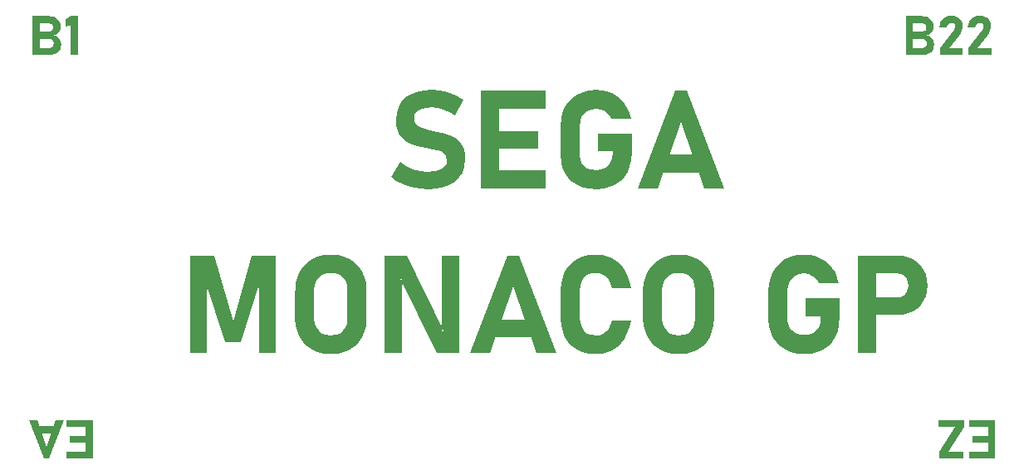
<source format=gto>
%TF.GenerationSoftware,KiCad,Pcbnew,9.0.1*%
%TF.CreationDate,2025-08-01T20:40:54+02:00*%
%TF.ProjectId,monaco-gp-22,6d6f6e61-636f-42d6-9770-2d32322e6b69,rev?*%
%TF.SameCoordinates,Original*%
%TF.FileFunction,Legend,Top*%
%TF.FilePolarity,Positive*%
%FSLAX46Y46*%
G04 Gerber Fmt 4.6, Leading zero omitted, Abs format (unit mm)*
G04 Created by KiCad (PCBNEW 9.0.1) date 2025-08-01 20:40:54*
%MOMM*%
%LPD*%
G01*
G04 APERTURE LIST*
%ADD10C,1.000000*%
%ADD11R,2.540000X12.000000*%
G04 APERTURE END LIST*
D10*
G36*
X41947051Y-32857466D02*
G01*
X41242178Y-32821396D01*
X40556699Y-32713974D01*
X39893896Y-32535745D01*
X39282362Y-32293876D01*
X38713303Y-31986579D01*
X38210136Y-31627704D01*
X39077809Y-30082868D01*
X39690779Y-30498685D01*
X40402826Y-30812543D01*
X41164926Y-31005378D01*
X41947051Y-31069609D01*
X42552479Y-31029321D01*
X43016329Y-30920928D01*
X43367934Y-30758199D01*
X43652829Y-30517269D01*
X43817097Y-30229434D01*
X43873517Y-29878314D01*
X43873517Y-29870987D01*
X43806378Y-29480805D01*
X43620726Y-29211531D01*
X43337306Y-29017349D01*
X42954553Y-28873255D01*
X42056350Y-28688852D01*
X40880931Y-28467201D01*
X40307067Y-28293018D01*
X39787945Y-28043440D01*
X39341779Y-27694171D01*
X38985607Y-27213014D01*
X38825291Y-26840419D01*
X38720067Y-26367643D01*
X38681525Y-25771371D01*
X38681525Y-25764043D01*
X38746568Y-25049624D01*
X38930625Y-24450031D01*
X39226086Y-23942876D01*
X39637735Y-23512735D01*
X40132034Y-23182022D01*
X40732712Y-22933680D01*
X41461114Y-22773936D01*
X42343335Y-22716503D01*
X43147793Y-22782622D01*
X43982205Y-22986392D01*
X44786917Y-23313642D01*
X45533147Y-23755146D01*
X44740579Y-25340282D01*
X44149970Y-24981023D01*
X43541957Y-24720516D01*
X42919005Y-24556493D01*
X42343335Y-24504361D01*
X41773162Y-24541348D01*
X41338455Y-24640574D01*
X41010991Y-24788904D01*
X40744350Y-25009204D01*
X40591741Y-25270182D01*
X40539602Y-25586357D01*
X40539602Y-25593684D01*
X40573915Y-25900157D01*
X40668537Y-26135977D01*
X40819260Y-26317864D01*
X41131808Y-26527138D01*
X41550157Y-26683618D01*
X42520412Y-26905268D01*
X43661026Y-27175157D01*
X44207615Y-27372325D01*
X44699668Y-27636775D01*
X45120277Y-27990383D01*
X45451326Y-28463538D01*
X45599785Y-28825035D01*
X45696463Y-29274200D01*
X45731594Y-29830076D01*
X45731594Y-29844120D01*
X45664928Y-30545046D01*
X45475592Y-31136014D01*
X45169823Y-31638983D01*
X44740579Y-32068562D01*
X44231165Y-32395290D01*
X43611229Y-32641554D01*
X42858731Y-32800326D01*
X41947051Y-32857466D01*
G37*
G36*
X47305129Y-32750000D02*
G01*
X47305129Y-22823970D01*
X49176640Y-22823970D01*
X49176640Y-32750000D01*
X47305129Y-32750000D01*
G37*
G36*
X47981682Y-32750000D02*
G01*
X47981682Y-30942602D01*
X53958915Y-30942602D01*
X53958915Y-32750000D01*
X47981682Y-32750000D01*
G37*
G36*
X47981682Y-28724877D02*
G01*
X47981682Y-26917480D01*
X53207257Y-26917480D01*
X53207257Y-28724877D01*
X47981682Y-28724877D01*
G37*
G36*
X47981682Y-24631367D02*
G01*
X47981682Y-22823970D01*
X53958915Y-22823970D01*
X53958915Y-24631367D01*
X47981682Y-24631367D01*
G37*
G36*
X59288294Y-27191032D02*
G01*
X62731507Y-27191032D01*
X62731507Y-29134595D01*
X62678416Y-29871581D01*
X62526153Y-30520441D01*
X62280879Y-31095254D01*
X61938196Y-31615332D01*
X61520202Y-32046130D01*
X61020586Y-32395847D01*
X60464200Y-32647317D01*
X59835033Y-32803141D01*
X59118545Y-32857466D01*
X58395555Y-32806356D01*
X57758735Y-32659806D01*
X57194522Y-32423935D01*
X56683783Y-32092663D01*
X56260720Y-31686844D01*
X55917132Y-31200279D01*
X55669098Y-30657280D01*
X55516026Y-30047905D01*
X55462840Y-29358688D01*
X55462840Y-26427163D01*
X55515985Y-25691434D01*
X55668292Y-25044885D01*
X55913468Y-24473220D01*
X56256297Y-23955908D01*
X56674467Y-23526875D01*
X57174372Y-23178122D01*
X57731154Y-22926652D01*
X58360731Y-22770828D01*
X59077634Y-22716503D01*
X59670050Y-22758789D01*
X60215359Y-22882383D01*
X60721388Y-23085310D01*
X61190063Y-23364149D01*
X61603956Y-23706572D01*
X61967638Y-24116625D01*
X62264429Y-24577130D01*
X62491928Y-25091084D01*
X62649686Y-25666346D01*
X60627355Y-25666346D01*
X60494093Y-25369075D01*
X60297323Y-25123476D01*
X60030181Y-24922627D01*
X59567483Y-24725826D01*
X59077024Y-24660676D01*
X58591954Y-24717688D01*
X58193067Y-24879671D01*
X57860694Y-25145498D01*
X57611903Y-25493117D01*
X57457959Y-25913968D01*
X57403349Y-26428384D01*
X57403349Y-29356856D01*
X57458102Y-29805002D01*
X57614417Y-30175737D01*
X57872906Y-30487090D01*
X58209045Y-30718430D01*
X58616570Y-30862197D01*
X59114881Y-30913293D01*
X59603313Y-30858533D01*
X60002963Y-30703694D01*
X60333653Y-30451674D01*
X60580667Y-30117264D01*
X60735754Y-29695968D01*
X60791608Y-29162683D01*
X60791608Y-28998429D01*
X59288294Y-28998429D01*
X59288294Y-27191032D01*
G37*
G36*
X63348220Y-32750000D02*
G01*
X67146197Y-22823970D01*
X68335049Y-22823970D01*
X72133025Y-32750000D01*
X70118021Y-32750000D01*
X67740317Y-25971039D01*
X65363224Y-32750000D01*
X63348220Y-32750000D01*
G37*
G36*
X65172104Y-31147766D02*
G01*
X65172104Y-29340369D01*
X70397679Y-29340369D01*
X70397679Y-31147766D01*
X65172104Y-31147766D01*
G37*
G36*
X22066295Y-46314392D02*
G01*
X23958566Y-39623970D01*
X26424198Y-39623970D01*
X26424198Y-49550000D01*
X24723657Y-49550000D01*
X24723657Y-41842916D01*
X24791434Y-42279501D01*
X22892446Y-48444190D01*
X21239533Y-48444190D01*
X19340545Y-42416277D01*
X19408933Y-41842916D01*
X19408933Y-49550000D01*
X17707781Y-49550000D01*
X17707781Y-39623970D01*
X20174023Y-39623970D01*
X22066295Y-46314392D01*
G37*
G36*
X32750162Y-39569900D02*
G01*
X33381967Y-39723229D01*
X33942603Y-39970795D01*
X34447165Y-40315490D01*
X34867150Y-40738985D01*
X35209613Y-41248796D01*
X35455245Y-41814098D01*
X35607687Y-42452944D01*
X35660852Y-43179535D01*
X35660852Y-45994434D01*
X35607859Y-46716522D01*
X35455572Y-47354550D01*
X35209613Y-47922121D01*
X34866964Y-48433861D01*
X34446955Y-48858314D01*
X33942603Y-49203175D01*
X33381967Y-49450741D01*
X32750162Y-49604069D01*
X32033235Y-49657466D01*
X31316308Y-49604069D01*
X30684502Y-49450741D01*
X30123866Y-49203175D01*
X29619473Y-48858336D01*
X29199252Y-48433882D01*
X28856246Y-47922121D01*
X28610632Y-47354585D01*
X28458544Y-46716553D01*
X28405618Y-45994434D01*
X28405618Y-43179535D01*
X28409009Y-43133129D01*
X30346127Y-43133129D01*
X30346127Y-46040840D01*
X30400933Y-46545816D01*
X30555821Y-46960320D01*
X30807136Y-47304187D01*
X31141266Y-47565664D01*
X31542421Y-47725400D01*
X32030182Y-47781681D01*
X32522034Y-47725247D01*
X32925069Y-47565366D01*
X33259334Y-47304187D01*
X33510649Y-46960320D01*
X33665537Y-46545816D01*
X33720342Y-46040840D01*
X33720342Y-43133129D01*
X33665296Y-42623721D01*
X33510206Y-42208488D01*
X33259334Y-41866730D01*
X32925365Y-41607203D01*
X32523267Y-41448342D01*
X32033235Y-41392288D01*
X31543202Y-41448342D01*
X31141105Y-41607203D01*
X30807136Y-41866730D01*
X30556264Y-42208488D01*
X30401174Y-42623721D01*
X30346127Y-43133129D01*
X28409009Y-43133129D01*
X28458716Y-42452912D01*
X28610959Y-41814062D01*
X28856246Y-41248796D01*
X29199067Y-40738964D01*
X29619263Y-40315468D01*
X30123866Y-39970795D01*
X30684502Y-39723229D01*
X31316308Y-39569900D01*
X32033235Y-39516503D01*
X32750162Y-39569900D01*
G37*
G36*
X37510991Y-49550000D02*
G01*
X37510991Y-39623970D01*
X39799547Y-39623970D01*
X43494941Y-47233967D01*
X43331298Y-47411653D01*
X43331298Y-39623970D01*
X45120988Y-39623970D01*
X45120988Y-49550000D01*
X42818999Y-49550000D01*
X39137038Y-42056018D01*
X39300681Y-41878332D01*
X39300681Y-49550000D01*
X37510991Y-49550000D01*
G37*
G36*
X46217028Y-49550000D02*
G01*
X50015004Y-39623970D01*
X51203856Y-39623970D01*
X55001832Y-49550000D01*
X52986829Y-49550000D01*
X50609125Y-42771039D01*
X48232031Y-49550000D01*
X46217028Y-49550000D01*
G37*
G36*
X48040911Y-47947766D02*
G01*
X48040911Y-46140369D01*
X53266487Y-46140369D01*
X53266487Y-47947766D01*
X48040911Y-47947766D01*
G37*
G36*
X59070918Y-49657466D02*
G01*
X58320660Y-49605364D01*
X57678656Y-49457918D01*
X57127356Y-49223935D01*
X56634662Y-48890589D01*
X56228363Y-48472168D01*
X55901256Y-47959368D01*
X55672879Y-47390727D01*
X55528555Y-46727974D01*
X55477495Y-45953524D01*
X55477495Y-43227163D01*
X55528719Y-42448120D01*
X55673191Y-41784605D01*
X55901256Y-41218265D01*
X56228069Y-40707199D01*
X56634346Y-40288666D01*
X57127356Y-39953698D01*
X57678880Y-39717665D01*
X58320870Y-39569015D01*
X59070918Y-39516503D01*
X59688949Y-39563331D01*
X60244362Y-39698989D01*
X60747645Y-39920115D01*
X61204849Y-40225465D01*
X61609100Y-40612010D01*
X61963975Y-41088206D01*
X62243684Y-41615622D01*
X62467339Y-42230812D01*
X62630147Y-42946894D01*
X60689637Y-42946894D01*
X60545920Y-42476446D01*
X60351361Y-42104867D01*
X60095399Y-41797323D01*
X59798151Y-41576692D01*
X59457700Y-41439275D01*
X59070918Y-41392288D01*
X58568193Y-41450166D01*
X58169766Y-41611978D01*
X57851536Y-41873447D01*
X57619828Y-42218803D01*
X57471849Y-42661275D01*
X57418005Y-43228384D01*
X57418005Y-45952302D01*
X57471920Y-46519375D01*
X57619947Y-46960705D01*
X57851536Y-47304187D01*
X58169481Y-47563496D01*
X58567900Y-47724172D01*
X59070918Y-47781681D01*
X59464538Y-47735396D01*
X59806450Y-47600982D01*
X60108950Y-47376238D01*
X60352703Y-47082047D01*
X60547529Y-46704895D01*
X60689637Y-46227076D01*
X62630147Y-46227076D01*
X62463470Y-46938345D01*
X62237500Y-47552606D01*
X61956647Y-48082100D01*
X61602124Y-48560894D01*
X61199242Y-48948759D01*
X60744592Y-49254466D01*
X60243295Y-49475151D01*
X59688951Y-49610653D01*
X59070918Y-49657466D01*
G37*
G36*
X68204454Y-39569900D02*
G01*
X68836259Y-39723229D01*
X69396895Y-39970795D01*
X69901456Y-40315490D01*
X70321442Y-40738985D01*
X70663905Y-41248796D01*
X70909536Y-41814098D01*
X71061979Y-42452944D01*
X71115143Y-43179535D01*
X71115143Y-45994434D01*
X71062150Y-46716522D01*
X70909863Y-47354550D01*
X70663905Y-47922121D01*
X70321256Y-48433861D01*
X69901246Y-48858314D01*
X69396895Y-49203175D01*
X68836259Y-49450741D01*
X68204454Y-49604069D01*
X67487527Y-49657466D01*
X66770599Y-49604069D01*
X66138794Y-49450741D01*
X65578158Y-49203175D01*
X65073765Y-48858336D01*
X64653544Y-48433882D01*
X64310538Y-47922121D01*
X64064923Y-47354585D01*
X63912836Y-46716553D01*
X63859910Y-45994434D01*
X63859910Y-43179535D01*
X63863301Y-43133129D01*
X65800419Y-43133129D01*
X65800419Y-46040840D01*
X65855224Y-46545816D01*
X66010112Y-46960320D01*
X66261427Y-47304187D01*
X66595557Y-47565664D01*
X66996713Y-47725400D01*
X67484473Y-47781681D01*
X67976325Y-47725247D01*
X68379361Y-47565366D01*
X68713626Y-47304187D01*
X68964941Y-46960320D01*
X69119829Y-46545816D01*
X69174634Y-46040840D01*
X69174634Y-43133129D01*
X69119588Y-42623721D01*
X68964497Y-42208488D01*
X68713626Y-41866730D01*
X68379657Y-41607203D01*
X67977559Y-41448342D01*
X67487527Y-41392288D01*
X66997494Y-41448342D01*
X66595396Y-41607203D01*
X66261427Y-41866730D01*
X66010556Y-42208488D01*
X65855465Y-42623721D01*
X65800419Y-43133129D01*
X63863301Y-43133129D01*
X63913007Y-42452912D01*
X64065250Y-41814062D01*
X64310538Y-41248796D01*
X64653358Y-40738964D01*
X65073555Y-40315468D01*
X65578158Y-39970795D01*
X66138794Y-39723229D01*
X66770599Y-39569900D01*
X67487527Y-39516503D01*
X68204454Y-39569900D01*
G37*
G36*
X80473919Y-43991032D02*
G01*
X83917132Y-43991032D01*
X83917132Y-45934595D01*
X83864042Y-46671581D01*
X83711778Y-47320441D01*
X83466504Y-47895254D01*
X83123821Y-48415332D01*
X82705827Y-48846130D01*
X82206211Y-49195847D01*
X81649825Y-49447317D01*
X81020658Y-49603141D01*
X80304170Y-49657466D01*
X79581180Y-49606356D01*
X78944360Y-49459806D01*
X78380147Y-49223935D01*
X77869408Y-48892663D01*
X77446345Y-48486844D01*
X77102757Y-48000279D01*
X76854723Y-47457280D01*
X76701651Y-46847905D01*
X76648465Y-46158688D01*
X76648465Y-43227163D01*
X76701610Y-42491434D01*
X76853917Y-41844885D01*
X77099093Y-41273220D01*
X77441922Y-40755908D01*
X77860092Y-40326875D01*
X78359997Y-39978122D01*
X78916779Y-39726652D01*
X79546356Y-39570828D01*
X80263259Y-39516503D01*
X80855675Y-39558789D01*
X81400984Y-39682383D01*
X81907014Y-39885310D01*
X82375688Y-40164149D01*
X82789581Y-40506572D01*
X83153263Y-40916625D01*
X83450054Y-41377130D01*
X83677553Y-41891084D01*
X83835311Y-42466346D01*
X81812980Y-42466346D01*
X81679718Y-42169075D01*
X81482948Y-41923476D01*
X81215806Y-41722627D01*
X80753108Y-41525826D01*
X80262649Y-41460676D01*
X79777579Y-41517688D01*
X79378692Y-41679671D01*
X79046319Y-41945498D01*
X78797528Y-42293117D01*
X78643584Y-42713968D01*
X78588975Y-43228384D01*
X78588975Y-46156856D01*
X78643727Y-46605002D01*
X78800042Y-46975737D01*
X79058531Y-47287090D01*
X79394670Y-47518430D01*
X79802195Y-47662197D01*
X80300506Y-47713293D01*
X80788938Y-47658533D01*
X81188588Y-47503694D01*
X81519278Y-47251674D01*
X81766292Y-46917264D01*
X81921379Y-46495968D01*
X81977233Y-45962683D01*
X81977233Y-45798429D01*
X80473919Y-45798429D01*
X80473919Y-43991032D01*
G37*
G36*
X86617237Y-45681193D02*
G01*
X86617237Y-43873796D01*
X89794226Y-43873796D01*
X90116808Y-43834940D01*
X90385818Y-43723756D01*
X90613661Y-43539794D01*
X90784885Y-43300175D01*
X90890660Y-43011234D01*
X90928123Y-42659298D01*
X90890729Y-42298041D01*
X90785818Y-42004983D01*
X90617324Y-41765369D01*
X90391551Y-41581911D01*
X90121588Y-41470496D01*
X89794226Y-41431367D01*
X86617237Y-41431367D01*
X86617237Y-39623970D01*
X89745988Y-39623970D01*
X90364281Y-39668542D01*
X90907803Y-39796288D01*
X91388521Y-40001936D01*
X91823285Y-40288922D01*
X92184378Y-40639831D01*
X92478455Y-41060118D01*
X92690703Y-41527989D01*
X92822188Y-42056966D01*
X92868022Y-42659298D01*
X92822179Y-43257050D01*
X92690412Y-43784121D01*
X92477233Y-44252372D01*
X92182272Y-44671983D01*
X91820189Y-45021661D01*
X91384247Y-45306891D01*
X90903015Y-45510684D01*
X90360772Y-45637132D01*
X89745988Y-45681193D01*
X86617237Y-45681193D01*
G37*
G36*
X85763608Y-49550000D02*
G01*
X85763608Y-39623970D01*
X87635119Y-39623970D01*
X87635119Y-49550000D01*
X85763608Y-49550000D01*
G37*
G36*
X1975212Y-19180000D02*
G01*
X1975212Y-18457041D01*
X3243077Y-18457041D01*
X3410001Y-18441641D01*
X3539731Y-18399445D01*
X3640460Y-18333698D01*
X3717152Y-18242742D01*
X3764333Y-18129616D01*
X3781144Y-17987606D01*
X3781144Y-17979546D01*
X3764258Y-17835735D01*
X3717009Y-17721883D01*
X3640460Y-17631011D01*
X3539711Y-17565125D01*
X3409981Y-17522851D01*
X3243077Y-17507424D01*
X1975212Y-17507424D01*
X1975212Y-16784466D01*
X3243077Y-16784466D01*
X3393491Y-16769923D01*
X3510708Y-16729941D01*
X3602114Y-16667229D01*
X3671121Y-16581237D01*
X3713996Y-16473268D01*
X3729364Y-16336769D01*
X3714195Y-16213450D01*
X3671613Y-16115826D01*
X3602114Y-16037815D01*
X3511653Y-15981930D01*
X3394463Y-15945790D01*
X3243077Y-15932547D01*
X1975212Y-15932547D01*
X1975212Y-15209588D01*
X3267501Y-15209588D01*
X3558490Y-15229715D01*
X3799639Y-15285875D01*
X3999545Y-15373657D01*
X4165094Y-15491444D01*
X4301343Y-15642415D01*
X4399925Y-15821258D01*
X4461693Y-16033574D01*
X4483586Y-16287187D01*
X4459679Y-16510882D01*
X4391445Y-16699349D01*
X4279888Y-16860181D01*
X4131193Y-16988671D01*
X3942452Y-17085330D01*
X3704696Y-17148632D01*
X3957471Y-17209386D01*
X4158625Y-17310309D01*
X4317990Y-17450027D01*
X4436159Y-17625752D01*
X4509417Y-17836655D01*
X4535366Y-18092142D01*
X4535366Y-18100202D01*
X4513395Y-18354385D01*
X4451403Y-18567207D01*
X4352447Y-18746510D01*
X4215652Y-18897899D01*
X4049410Y-19015749D01*
X3848608Y-19103614D01*
X3606319Y-19159844D01*
X3313907Y-19180000D01*
X1975212Y-19180000D01*
G37*
G36*
X1647194Y-19180000D02*
G01*
X1647194Y-15209588D01*
X2395799Y-15209588D01*
X2395799Y-19180000D01*
X1647194Y-19180000D01*
G37*
G36*
X6248485Y-15209588D02*
G01*
X6248485Y-19180000D01*
X5499637Y-19180000D01*
X5499637Y-16089351D01*
X5016036Y-16272533D01*
X5016036Y-15477278D01*
X5609057Y-15209588D01*
X6248485Y-15209588D01*
G37*
G36*
X7772805Y-56370000D02*
G01*
X7772805Y-60340411D01*
X7024200Y-60340411D01*
X7024200Y-56370000D01*
X7772805Y-56370000D01*
G37*
G36*
X7502184Y-56370000D02*
G01*
X7502184Y-57092958D01*
X5111290Y-57092958D01*
X5111290Y-56370000D01*
X7502184Y-56370000D01*
G37*
G36*
X7502184Y-57980048D02*
G01*
X7502184Y-58703007D01*
X5411953Y-58703007D01*
X5411953Y-57980048D01*
X7502184Y-57980048D01*
G37*
G36*
X7502184Y-59617452D02*
G01*
X7502184Y-60340411D01*
X5111290Y-60340411D01*
X5111290Y-59617452D01*
X7502184Y-59617452D01*
G37*
G36*
X4810139Y-56370000D02*
G01*
X3290949Y-60340411D01*
X2815408Y-60340411D01*
X1296217Y-56370000D01*
X2102219Y-56370000D01*
X3053300Y-59081584D01*
X4004138Y-56370000D01*
X4810139Y-56370000D01*
G37*
G36*
X4080586Y-57010893D02*
G01*
X4080586Y-57733852D01*
X1990355Y-57733852D01*
X1990355Y-57010893D01*
X4080586Y-57010893D01*
G37*
G36*
X99772805Y-56370000D02*
G01*
X99772805Y-60340411D01*
X99024200Y-60340411D01*
X99024200Y-56370000D01*
X99772805Y-56370000D01*
G37*
G36*
X99502184Y-56370000D02*
G01*
X99502184Y-57092958D01*
X97111290Y-57092958D01*
X97111290Y-56370000D01*
X99502184Y-56370000D01*
G37*
G36*
X99502184Y-57980048D02*
G01*
X99502184Y-58703007D01*
X97411953Y-58703007D01*
X97411953Y-57980048D01*
X99502184Y-57980048D01*
G37*
G36*
X99502184Y-59617452D02*
G01*
X99502184Y-60340411D01*
X97111290Y-60340411D01*
X97111290Y-59617452D01*
X99502184Y-59617452D01*
G37*
G36*
X94066803Y-60340411D02*
G01*
X94066803Y-59666789D01*
X95700788Y-57092958D01*
X94012093Y-57092958D01*
X94012093Y-56370000D01*
X96591542Y-56370000D01*
X96591542Y-57043621D01*
X94957557Y-59617452D01*
X96542449Y-59617452D01*
X96542449Y-60340411D01*
X94066803Y-60340411D01*
G37*
G36*
X90975212Y-19180000D02*
G01*
X90975212Y-18457041D01*
X92243077Y-18457041D01*
X92410001Y-18441641D01*
X92539731Y-18399445D01*
X92640460Y-18333698D01*
X92717152Y-18242742D01*
X92764333Y-18129616D01*
X92781144Y-17987606D01*
X92781144Y-17979546D01*
X92764258Y-17835735D01*
X92717009Y-17721883D01*
X92640460Y-17631011D01*
X92539711Y-17565125D01*
X92409981Y-17522851D01*
X92243077Y-17507424D01*
X90975212Y-17507424D01*
X90975212Y-16784466D01*
X92243077Y-16784466D01*
X92393491Y-16769923D01*
X92510708Y-16729941D01*
X92602114Y-16667229D01*
X92671121Y-16581237D01*
X92713996Y-16473268D01*
X92729364Y-16336769D01*
X92714195Y-16213450D01*
X92671613Y-16115826D01*
X92602114Y-16037815D01*
X92511653Y-15981930D01*
X92394463Y-15945790D01*
X92243077Y-15932547D01*
X90975212Y-15932547D01*
X90975212Y-15209588D01*
X92267501Y-15209588D01*
X92558490Y-15229715D01*
X92799639Y-15285875D01*
X92999545Y-15373657D01*
X93165094Y-15491444D01*
X93301343Y-15642415D01*
X93399925Y-15821258D01*
X93461693Y-16033574D01*
X93483586Y-16287187D01*
X93459679Y-16510882D01*
X93391445Y-16699349D01*
X93279888Y-16860181D01*
X93131193Y-16988671D01*
X92942452Y-17085330D01*
X92704696Y-17148632D01*
X92957471Y-17209386D01*
X93158625Y-17310309D01*
X93317990Y-17450027D01*
X93436159Y-17625752D01*
X93509417Y-17836655D01*
X93535366Y-18092142D01*
X93535366Y-18100202D01*
X93513395Y-18354385D01*
X93451403Y-18567207D01*
X93352447Y-18746510D01*
X93215652Y-18897899D01*
X93049410Y-19015749D01*
X92848608Y-19103614D01*
X92606319Y-19159844D01*
X92313907Y-19180000D01*
X90975212Y-19180000D01*
G37*
G36*
X90647194Y-19180000D02*
G01*
X90647194Y-15209588D01*
X91395799Y-15209588D01*
X91395799Y-19180000D01*
X90647194Y-19180000D01*
G37*
G36*
X94119839Y-19180000D02*
G01*
X94119839Y-18503691D01*
X95483447Y-16710949D01*
X95566620Y-16587474D01*
X95626817Y-16463775D01*
X95665456Y-16337633D01*
X95677376Y-16227348D01*
X95677376Y-16221730D01*
X95650230Y-16076151D01*
X95573572Y-15973091D01*
X95454497Y-15909521D01*
X95278527Y-15885652D01*
X95161616Y-15899734D01*
X95063239Y-15940174D01*
X94979085Y-16007285D01*
X94914583Y-16094799D01*
X94867137Y-16207750D01*
X94838646Y-16352400D01*
X94838646Y-16355087D01*
X94070746Y-16355087D01*
X94070746Y-16352400D01*
X94110754Y-16071744D01*
X94185961Y-15836630D01*
X94293359Y-15639500D01*
X94432714Y-15474591D01*
X94603453Y-15340171D01*
X94797205Y-15243479D01*
X95018384Y-15183612D01*
X95272909Y-15162693D01*
X95554481Y-15182046D01*
X95787643Y-15236017D01*
X95980737Y-15320313D01*
X96140460Y-15433314D01*
X96272038Y-15578481D01*
X96367208Y-15750489D01*
X96426829Y-15954734D01*
X96447962Y-16198771D01*
X96447962Y-16201458D01*
X96424634Y-16469841D01*
X96353684Y-16738792D01*
X96240145Y-16993514D01*
X96089902Y-17221416D01*
X95111709Y-18457041D01*
X96469944Y-18457041D01*
X96469944Y-19180000D01*
X94119839Y-19180000D01*
G37*
G36*
X97011674Y-19180000D02*
G01*
X97011674Y-18503691D01*
X98375282Y-16710949D01*
X98458456Y-16587474D01*
X98518653Y-16463775D01*
X98557291Y-16337633D01*
X98569211Y-16227348D01*
X98569211Y-16221730D01*
X98542066Y-16076151D01*
X98465408Y-15973091D01*
X98346332Y-15909521D01*
X98170362Y-15885652D01*
X98053451Y-15899734D01*
X97955074Y-15940174D01*
X97870921Y-16007285D01*
X97806418Y-16094799D01*
X97758972Y-16207750D01*
X97730481Y-16352400D01*
X97730481Y-16355087D01*
X96962581Y-16355087D01*
X96962581Y-16352400D01*
X97002589Y-16071744D01*
X97077796Y-15836630D01*
X97185194Y-15639500D01*
X97324549Y-15474591D01*
X97495288Y-15340171D01*
X97689040Y-15243479D01*
X97910220Y-15183612D01*
X98164745Y-15162693D01*
X98446316Y-15182046D01*
X98679478Y-15236017D01*
X98872572Y-15320313D01*
X99032295Y-15433314D01*
X99163874Y-15578481D01*
X99259044Y-15750489D01*
X99318664Y-15954734D01*
X99339797Y-16198771D01*
X99339797Y-16201458D01*
X99316470Y-16469841D01*
X99245519Y-16738792D01*
X99131980Y-16993514D01*
X98981737Y-17221416D01*
X98003545Y-18457041D01*
X99361779Y-18457041D01*
X99361779Y-19180000D01*
X97011674Y-19180000D01*
G37*
%LPC*%
D11*
%TO.C,E1*%
X9210000Y-68690000D03*
X13170000Y-68690000D03*
X17130000Y-68690000D03*
X21090000Y-68690000D03*
X25050000Y-68690000D03*
X29010000Y-68690000D03*
X32970000Y-68690000D03*
X36930000Y-68690000D03*
X40890000Y-68690000D03*
X44850000Y-68690000D03*
X48810000Y-68690000D03*
X52770000Y-68690000D03*
X56730000Y-68690000D03*
X60690000Y-68690000D03*
X64650000Y-68690000D03*
X68610000Y-68690000D03*
X72570000Y-68690000D03*
X76530000Y-68690000D03*
X80490000Y-68690000D03*
X84450000Y-68690000D03*
X88410000Y-68690000D03*
X92370000Y-68690000D03*
%TD*%
%TO.C,B1*%
X9213000Y-6677000D03*
X13173000Y-6677000D03*
X17133000Y-6677000D03*
X21093000Y-6677000D03*
X25053000Y-6677000D03*
X29013000Y-6677000D03*
X32973000Y-6677000D03*
X36933000Y-6677000D03*
X40893000Y-6677000D03*
X44853000Y-6677000D03*
X48813000Y-6677000D03*
X52773000Y-6677000D03*
X56733000Y-6677000D03*
X60693000Y-6677000D03*
X64653000Y-6677000D03*
X68613000Y-6677000D03*
X72573000Y-6677000D03*
X76533000Y-6677000D03*
X80493000Y-6677000D03*
X84453000Y-6677000D03*
X88413000Y-6677000D03*
X92373000Y-6677000D03*
%TD*%
%LPD*%
M02*

</source>
